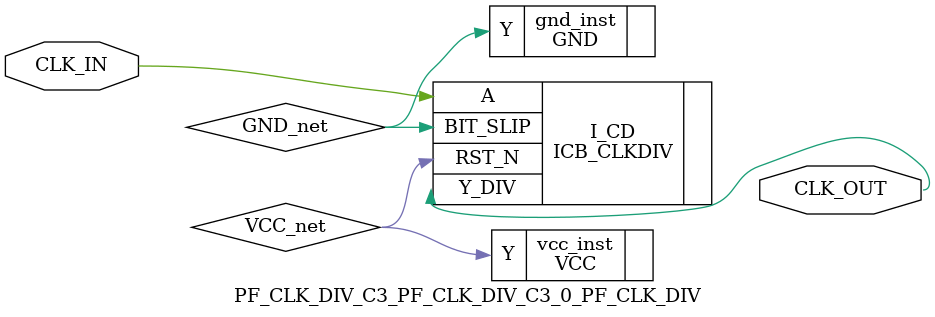
<source format=v>
`timescale 1 ns/100 ps


module PF_CLK_DIV_C3_PF_CLK_DIV_C3_0_PF_CLK_DIV(
       CLK_IN,
       CLK_OUT
    );
input  CLK_IN;
output CLK_OUT;

    wire GND_net, VCC_net;
    
    ICB_CLKDIV #( .DIVIDER(3'b100) )  I_CD (.RST_N(VCC_net), .BIT_SLIP(
        GND_net), .A(CLK_IN), .Y_DIV(CLK_OUT));
    VCC vcc_inst (.Y(VCC_net));
    GND gnd_inst (.Y(GND_net));
    
endmodule

</source>
